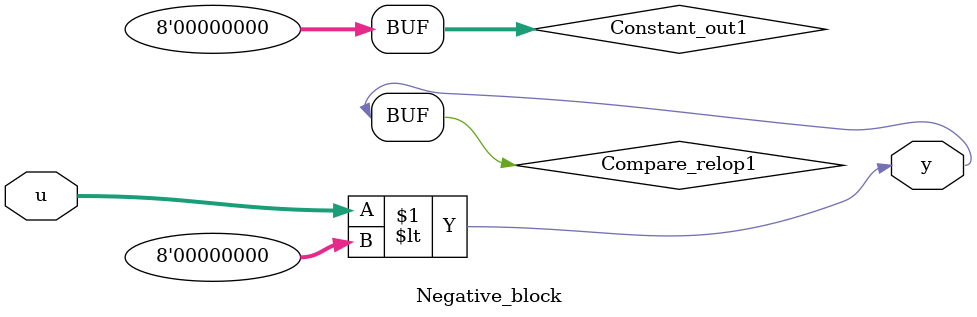
<source format=v>



`timescale 1 ns / 1 ns

module Negative_block
          (u,
           y);


  input   [7:0] u;  // uint8
  output  y;


  wire [7:0] Constant_out1;  // uint8
  wire Compare_relop1;


  assign Constant_out1 = 8'b00000000;



  assign Compare_relop1 = u < Constant_out1;



  assign y = Compare_relop1;

endmodule  // Negative_block


</source>
